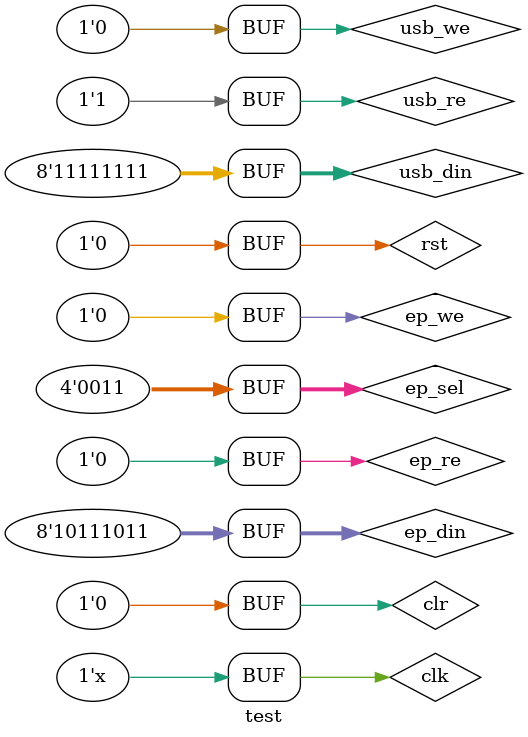
<source format=v>
`timescale 1ns / 1ps


module test;

	// Inputs
	reg clk;
	reg rst;
	reg clr;
	reg [3:0] ep_sel;
	reg [7:0] usb_din;
	reg usb_we;
	reg usb_re;
	reg [7:0] ep_din;
	reg ep_re;
	reg ep_we;

	// Outputs
	wire [7:0] usb_dout;
	wire [7:0] ep_dout;
	wire [3:0] ep_stat;

	// Instantiate the Unit Under Test (UUT)
	usb1_ep uut (
		.clk(clk), 
		.rst(rst), 
		.clr(clr), 
		.ep_sel(ep_sel), 
		.usb_dout(usb_dout), 
		.usb_din(usb_din), 
		.usb_we(usb_we), 
		.usb_re(usb_re), 
		.ep_din(ep_din), 
		.ep_dout(ep_dout), 
		.ep_re(ep_re), 
		.ep_we(ep_we), 
		.ep_stat(ep_stat)
	);

	initial begin
		// Initialize Inputs
		clk = 0;
		rst = 0;
		clr = 0;
		ep_sel = 4'b1111;
		usb_din = 8'b00000000;
		usb_we = 0;
		usb_re = 0;
		ep_din = 8'b000000000;
		ep_re = 0;
		ep_we = 0;

		// Wait 100 ns for global reset to finish
		#100;
        
		// Add stimulus here
		//************************************************//
		#10;
		rst = 1'b0;
		clr = 1'b0;
		ep_sel = 4'hA;
		usb_din = 8'hAA;
		usb_we = 1'b1;
		usb_re = 1'b0;
		ep_din = 8'hBB;
		ep_re = 1'b0;
		ep_we = 1'b0;
		//************************************************//
		#10;
		rst = 1'b0;
		clr = 1'b0;
		ep_sel = 4'h0;
		usb_din = 8'hBB;
		usb_we = 1'b1;
		usb_re = 1'b0;
		ep_din = 8'hBB;
		ep_re = 1'b0;
		ep_we = 1'b0;
		//************************************************//
		#10;
		rst = 1'b0;
		clr = 1'b0;
		ep_sel = 4'h2;
		usb_din = 8'hCC;
		usb_we = 1'b1;
		usb_re = 1'b0;
		ep_din = 8'hBB;
		ep_re = 1'b0;
		ep_we = 1'b0;
		//************************************************//
		#10;
		rst = 1'b0;
		clr = 1'b0;
		ep_sel = 4'h3;
		usb_din = 8'hEE;
		usb_we = 1'b1;
		usb_re = 1'b0;
		ep_din = 8'hBB;
		ep_re = 1'b0;
		ep_we = 1'b0;
		//************************************************//
		#10;
		rst = 1'b0;
		clr = 1'b0;
		ep_sel = 4'h4;
		usb_din = 8'hFF;
		usb_we = 1'b1;
		usb_re = 1'b0;
		ep_din = 8'hBB;
		ep_re = 1'b0;
		ep_we = 1'b0;
		//************************************************//
		#10;
		rst = 1'b0;
		clr = 1'b0;
		ep_sel = 4'h0;
		usb_din = 8'hFF;
		usb_we = 1'b0;
		usb_re = 1'b1;
		ep_din = 8'hBB;
		ep_re = 1'b0;
		ep_we = 1'b0;
		//************************************************//
		#10;
		rst = 1'b0;
		clr = 1'b0;
		ep_sel = 4'h1;
		usb_din = 8'hFF;
		usb_we = 1'b0;
		usb_re = 1'b1;
		ep_din = 8'hBB;
		ep_re = 1'b0;
		ep_we = 1'b0;
		//************************************************//
		#10;
		rst = 1'b0;
		clr = 1'b0;
		ep_sel = 4'h2;
		usb_din = 8'hFF;
		usb_we = 1'b0;
		usb_re = 1'b1;
		ep_din = 8'hBB;
		ep_re = 1'b0;
		ep_we = 1'b0;
		//************************************************//
		#10;
		rst = 1'b0;
		clr = 1'b0;
		ep_sel = 4'h3;
		usb_din = 8'hFF;
		usb_we = 1'b0;
		usb_re = 1'b1;
		ep_din = 8'hBB;
		ep_re = 1'b0;
		ep_we = 1'b0;
		
		
	end
always begin
	#5 clk = ~clk;
end
endmodule


</source>
